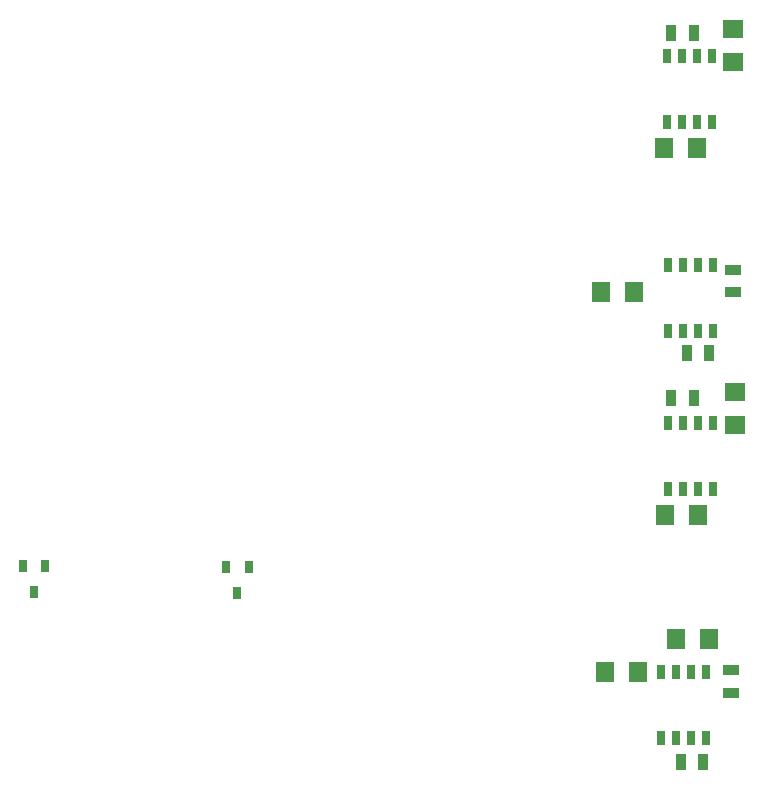
<source format=gbp>
G04 (created by PCBNEW (2013-07-07 BZR 4022)-stable) date 30/10/2014 17:58:33*
%MOIN*%
G04 Gerber Fmt 3.4, Leading zero omitted, Abs format*
%FSLAX34Y34*%
G01*
G70*
G90*
G04 APERTURE LIST*
%ADD10C,0.00590551*%
%ADD11R,0.025X0.05*%
%ADD12R,0.055X0.035*%
%ADD13R,0.035X0.055*%
%ADD14R,0.071X0.063*%
%ADD15R,0.063X0.071*%
%ADD16R,0.0315X0.0394*%
G04 APERTURE END LIST*
G54D10*
G54D11*
X58580Y-37600D03*
X59080Y-37600D03*
X59580Y-37600D03*
X60080Y-37600D03*
X60080Y-39800D03*
X59580Y-39800D03*
X59080Y-39800D03*
X58580Y-39800D03*
X60041Y-32832D03*
X59541Y-32832D03*
X59041Y-32832D03*
X58541Y-32832D03*
X58541Y-30632D03*
X59041Y-30632D03*
X59541Y-30632D03*
X60041Y-30632D03*
X60080Y-45076D03*
X59580Y-45076D03*
X59080Y-45076D03*
X58580Y-45076D03*
X58580Y-42876D03*
X59080Y-42876D03*
X59580Y-42876D03*
X60080Y-42876D03*
X58344Y-51183D03*
X58844Y-51183D03*
X59344Y-51183D03*
X59844Y-51183D03*
X59844Y-53383D03*
X59344Y-53383D03*
X58844Y-53383D03*
X58344Y-53383D03*
G54D12*
X60669Y-51871D03*
X60669Y-51121D03*
X60748Y-38524D03*
X60748Y-37774D03*
G54D13*
X58680Y-29881D03*
X59430Y-29881D03*
X59941Y-40551D03*
X59191Y-40551D03*
X59745Y-54173D03*
X58995Y-54173D03*
X58680Y-42047D03*
X59430Y-42047D03*
G54D14*
X60787Y-41851D03*
X60787Y-42951D03*
G54D15*
X56457Y-51181D03*
X57557Y-51181D03*
X58820Y-50078D03*
X59920Y-50078D03*
X59565Y-45944D03*
X58465Y-45944D03*
X59526Y-33700D03*
X58426Y-33700D03*
G54D14*
X60748Y-29725D03*
X60748Y-30825D03*
G54D15*
X56339Y-38503D03*
X57439Y-38503D03*
G54D16*
X44212Y-48543D03*
X44587Y-47677D03*
X43837Y-47677D03*
X37440Y-48503D03*
X37815Y-47637D03*
X37065Y-47637D03*
M02*

</source>
